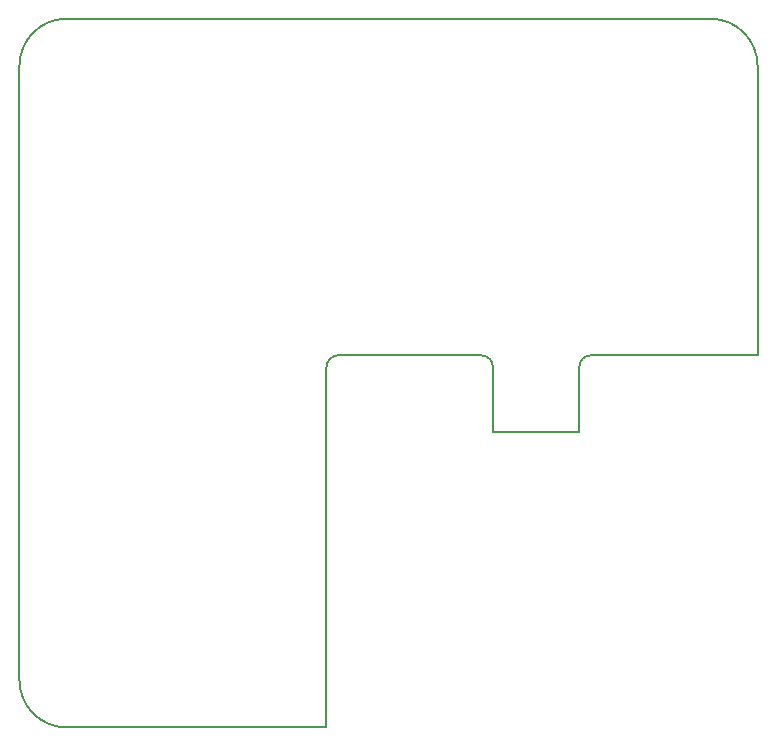
<source format=gm1>
G04 #@! TF.GenerationSoftware,KiCad,Pcbnew,(5.1.5-0)*
G04 #@! TF.CreationDate,2020-05-03T09:53:47+08:00*
G04 #@! TF.ProjectId,TESC,54455343-2e6b-4696-9361-645f70636258,A*
G04 #@! TF.SameCoordinates,Original*
G04 #@! TF.FileFunction,Profile,NP*
%FSLAX46Y46*%
G04 Gerber Fmt 4.6, Leading zero omitted, Abs format (unit mm)*
G04 Created by KiCad (PCBNEW (5.1.5-0)) date 2020-05-03 09:53:47*
%MOMM*%
%LPD*%
G04 APERTURE LIST*
%ADD10C,0.150000*%
G04 APERTURE END LIST*
D10*
X118000000Y-55000000D02*
G75*
G03X114000000Y-59000000I0J-4000000D01*
G01*
X114000000Y-59000000D02*
X114000000Y-111000000D01*
X114000000Y-111000000D02*
G75*
G03X118000000Y-115000000I4000000J0D01*
G01*
X141000000Y-83500000D02*
G75*
G03X140000000Y-84500000I0J-1000000D01*
G01*
X162400000Y-83500000D02*
G75*
G03X161400000Y-84500000I0J-1000000D01*
G01*
X153100000Y-83500000D02*
X141000000Y-83500000D01*
X154100000Y-90000000D02*
X154100000Y-84500000D01*
X161400000Y-90000000D02*
X154100000Y-90000000D01*
X161400000Y-84500000D02*
X161400000Y-90000000D01*
X176500000Y-83500000D02*
X162400000Y-83500000D01*
X176500000Y-59000000D02*
X176500000Y-83500000D01*
X154100000Y-84500000D02*
G75*
G03X153100000Y-83500000I-1000000J0D01*
G01*
X176500000Y-59000000D02*
G75*
G03X172500000Y-55000000I-4000000J0D01*
G01*
X140000000Y-115000000D02*
X140000000Y-84500000D01*
X172500000Y-55000000D02*
X118000000Y-55000000D01*
X140000000Y-115000000D02*
X118000000Y-115000000D01*
M02*

</source>
